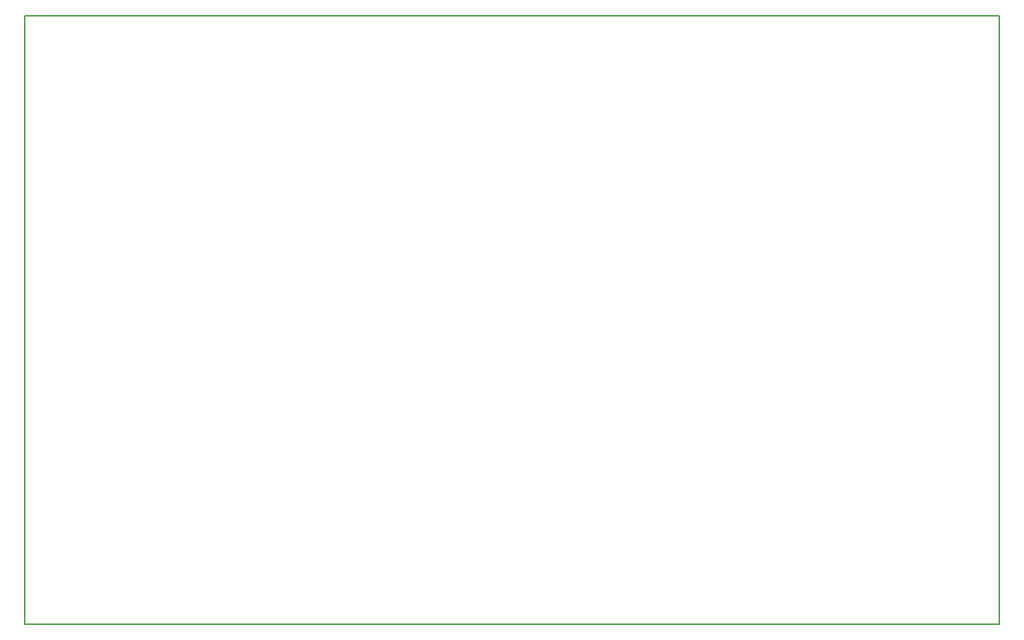
<source format=gko>
%FSDAX24Y24*%
%MOIN*%
%SFA1B1*%

%IPPOS*%
%ADD85C,0.006000*%
%LNpcb1-1*%
%LPD*%
G54D85*
X021000Y020500D02*
Y050028D01*
X068244*
Y020500D02*
Y050028D01*
X021000Y020500D02*
X068244D01*
M02*
</source>
